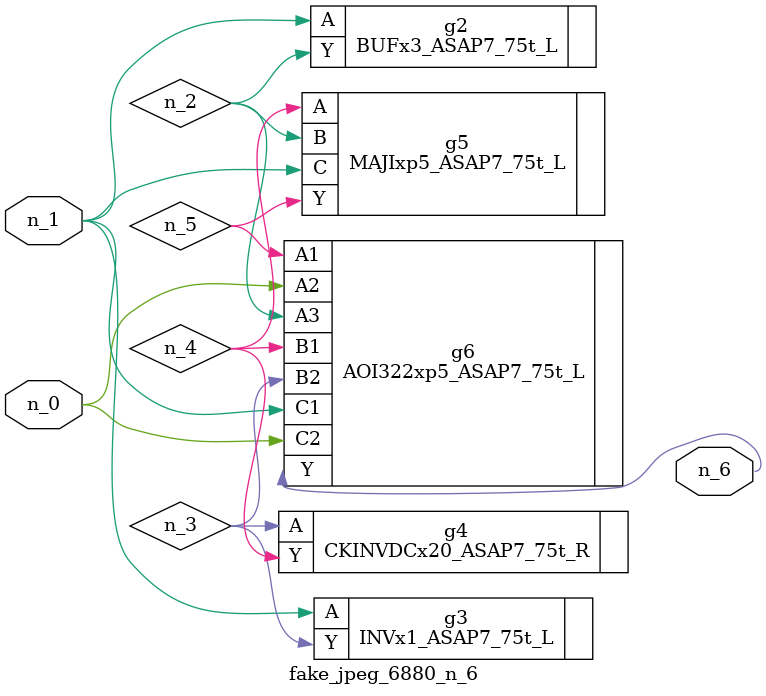
<source format=v>
module fake_jpeg_6880_n_6 (n_0, n_1, n_6);

input n_0;
input n_1;

output n_6;

wire n_2;
wire n_3;
wire n_4;
wire n_5;

BUFx3_ASAP7_75t_L g2 ( 
.A(n_1),
.Y(n_2)
);

INVx1_ASAP7_75t_L g3 ( 
.A(n_1),
.Y(n_3)
);

CKINVDCx20_ASAP7_75t_R g4 ( 
.A(n_3),
.Y(n_4)
);

MAJIxp5_ASAP7_75t_L g5 ( 
.A(n_4),
.B(n_2),
.C(n_1),
.Y(n_5)
);

AOI322xp5_ASAP7_75t_L g6 ( 
.A1(n_5),
.A2(n_0),
.A3(n_2),
.B1(n_4),
.B2(n_3),
.C1(n_1),
.C2(n_0),
.Y(n_6)
);


endmodule
</source>
